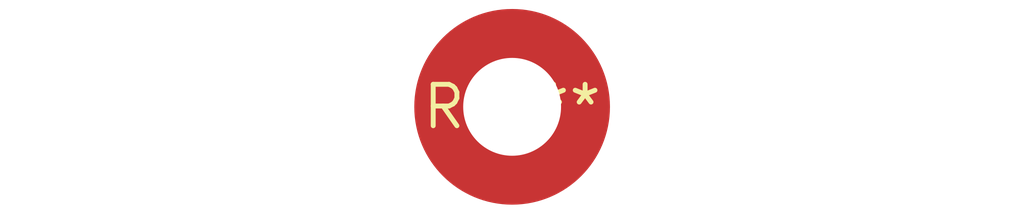
<source format=kicad_pcb>
(kicad_pcb (version 20240108) (generator pcbnew)
  (layers (0 "F.Cu" signal) (31 "B.Cu" signal) (34 "B.Paste" user) (35 "F.Paste" user) (36 "B.SilkS" user "B.Silkscreen") (37 "F.SilkS" user "F.Silkscreen") (38 "B.Mask" user) (39 "F.Mask" user) (44 "Edge.Cuts" user))
  (net 0 "")
  (footprint "MountingHole_3mm_Pad_TopOnly" (layer "F.Cu") (at 0 0)
    (property "Reference" "REF**")
    (property "Value" "MountingHole_3mm_Pad_TopOnly")
    (pad "1" thru_hole circle (at 0 0) (size 3.4 3.4) (drill 3) (layers *.Cu *.Mask) (remove_unused_layers))
    (pad "1" connect circle (at 0 0) (size 6 6) (layers "F.Cu" "F.Mask"))
  )
)
</source>
